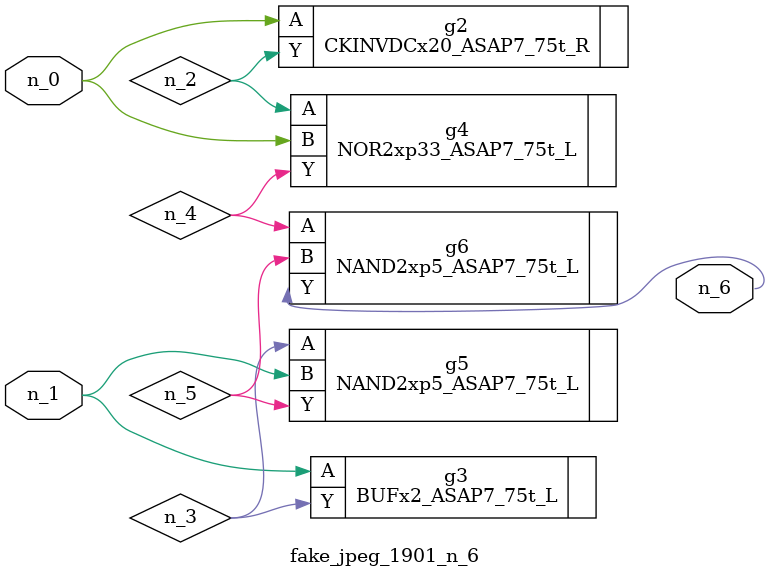
<source format=v>
module fake_jpeg_1901_n_6 (n_0, n_1, n_6);

input n_0;
input n_1;

output n_6;

wire n_2;
wire n_3;
wire n_4;
wire n_5;

CKINVDCx20_ASAP7_75t_R g2 ( 
.A(n_0),
.Y(n_2)
);

BUFx2_ASAP7_75t_L g3 ( 
.A(n_1),
.Y(n_3)
);

NOR2xp33_ASAP7_75t_L g4 ( 
.A(n_2),
.B(n_0),
.Y(n_4)
);

NAND2xp5_ASAP7_75t_L g6 ( 
.A(n_4),
.B(n_5),
.Y(n_6)
);

NAND2xp5_ASAP7_75t_L g5 ( 
.A(n_3),
.B(n_1),
.Y(n_5)
);


endmodule
</source>
